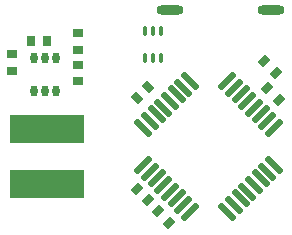
<source format=gtp>
%FSTAX23Y23*%
%MOIN*%
%SFA1B1*%

%IPPOS*%
%AMD12*
4,1,4,-0.027100,-0.011800,-0.011800,-0.027100,0.027100,0.011800,0.011800,0.027100,-0.027100,-0.011800,0.0*
1,1,0.021654,-0.019400,-0.019400*
1,1,0.021654,0.019400,0.019400*
%
%AMD13*
4,1,4,0.011800,-0.027100,0.027100,-0.011800,-0.011800,0.027100,-0.027100,0.011800,0.011800,-0.027100,0.0*
1,1,0.021654,0.019400,-0.019400*
1,1,0.021654,-0.019400,0.019400*
%
%AMD18*
4,1,4,0.022200,-0.002800,-0.002800,0.022200,-0.022200,0.002800,0.002800,-0.022200,0.022200,-0.002800,0.0*
%
%AMD19*
4,1,4,-0.002800,-0.022200,0.022200,0.002800,0.002800,0.022200,-0.022200,-0.002800,-0.002800,-0.022200,0.0*
%
%ADD10O,0.023622X0.037401*%
%ADD11O,0.090551X0.031496*%
G04~CAMADD=12~3~0.0~0.0~216.5~767.7~0.0~0.0~0~0.0~0.0~0.0~0.0~0~0.0~0.0~0.0~0.0~0~0.0~0.0~0.0~135.0~606.0~606.0*
%ADD12D12*%
G04~CAMADD=13~3~0.0~0.0~216.5~767.7~0.0~0.0~0~0.0~0.0~0.0~0.0~0~0.0~0.0~0.0~0.0~0~0.0~0.0~0.0~225.0~606.0~606.0*
%ADD13D13*%
%ADD14O,0.015748X0.033465*%
%ADD15R,0.248818X0.092913*%
%ADD16R,0.035433X0.027559*%
%ADD17R,0.027559X0.035433*%
G04~CAMADD=18~9~0.0~0.0~354.3~275.6~0.0~0.0~0~0.0~0.0~0.0~0.0~0~0.0~0.0~0.0~0.0~0~0.0~0.0~0.0~315.0~444.0~443.0*
%ADD18D18*%
G04~CAMADD=19~9~0.0~0.0~354.3~275.6~0.0~0.0~0~0.0~0.0~0.0~0.0~0~0.0~0.0~0.0~0.0~0~0.0~0.0~0.0~225.0~444.0~443.0*
%ADD19D19*%
G54D10*
X01307Y0458D03*
X0127D03*
X01232D03*
X01307Y04689D03*
X0127D03*
X01232D03*
G54D11*
X02022Y0485D03*
X01687D03*
G54D12*
X01876Y04612D03*
X01899Y0459D03*
X01921Y04568D03*
X01943Y04546D03*
X01966Y04523D03*
X01988Y04501D03*
X0201Y04479D03*
X02032Y04456D03*
X01753Y04177D03*
X0173Y04199D03*
X01708Y04221D03*
X01686Y04243D03*
X01663Y04266D03*
X01641Y04288D03*
X01619Y0431D03*
X01597Y04333D03*
G54D13*
X02032Y04333D03*
X0201Y0431D03*
X01988Y04288D03*
X01966Y04266D03*
X01943Y04243D03*
X01921Y04221D03*
X01899Y04199D03*
X01876Y04177D03*
X01597Y04456D03*
X01619Y04479D03*
X01641Y04501D03*
X01663Y04523D03*
X01686Y04546D03*
X01708Y04568D03*
X0173Y0459D03*
X01753Y04612D03*
G54D14*
X01604Y04779D03*
X0163D03*
X01655D03*
X01604Y0469D03*
X0163D03*
X01655D03*
G54D15*
X01275Y04268D03*
Y04451D03*
G54D16*
X0138Y04612D03*
Y04667D03*
Y04717D03*
Y04772D03*
X0116Y04647D03*
Y04702D03*
G54D17*
X01222Y04745D03*
X01277D03*
G54D18*
X01575Y04555D03*
X01614Y04594D03*
G54D19*
X01645Y04179D03*
X01684Y0414D03*
X01575Y04254D03*
X01614Y04215D03*
X02039Y0464D03*
X02Y04679D03*
X0201Y04589D03*
X02049Y0455D03*
M02*
</source>
